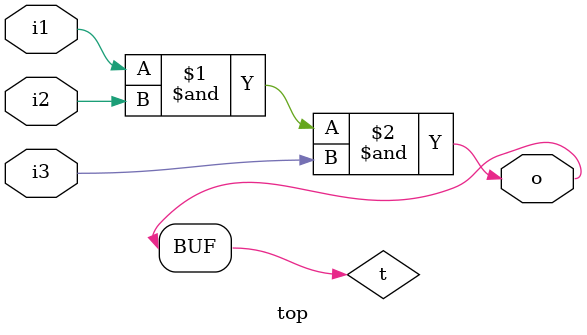
<source format=v>
module top ( i1 , i2 , i3 , o );

input i1 , i2 , i3;

output o ;

wire t ;

and ( t, i1 , i2 , i3) ;


buf ( o , t );

endmodule

</source>
